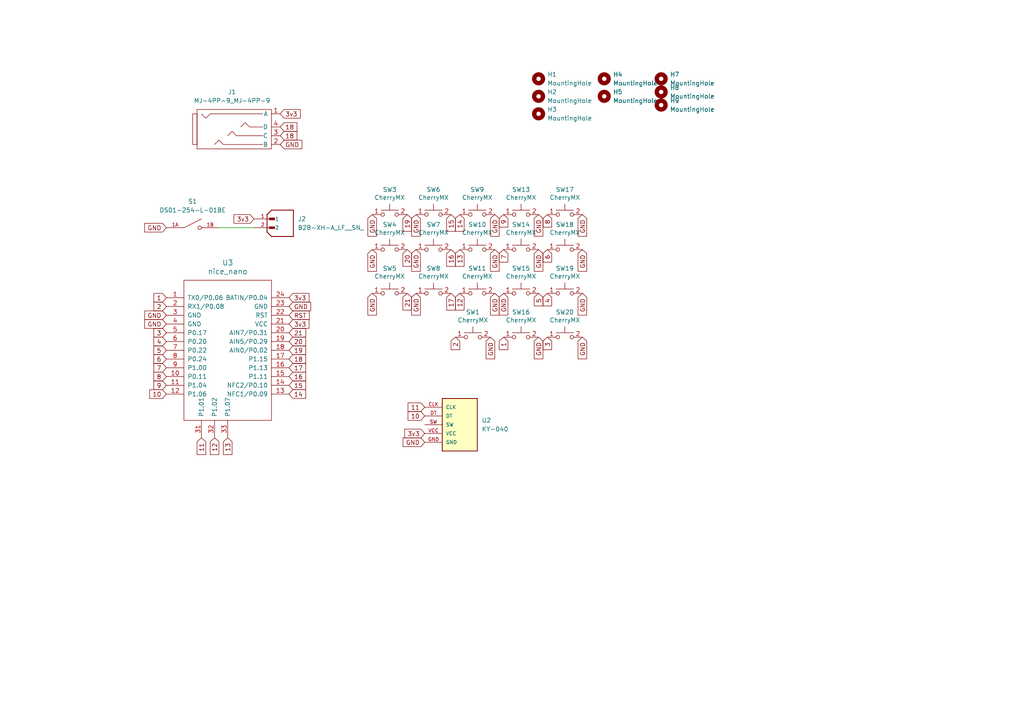
<source format=kicad_sch>
(kicad_sch (version 20230121) (generator eeschema)
  (paper "A4")
  (lib_symbols
    (symbol "B2B-XH-A_LF__SN_:B2B-XH-A_LF__SN_" (pin_names (offset 1.016))
      (property "Reference" "J" (at -2.54 6.35 0))
      (property "Value" "B2B-XH-A_LF__SN_" (at -2.54 -5.08 0))
      (symbol "B2B-XH-A_LF__SN__0_0"
        (rectangle (start -3.175 -0.3175) (end -1.5875 0.3175) (stroke (width 0.1)) (fill (type outline)))
        (rectangle (start -3.175 2.2225) (end -1.5875 2.8575) (stroke (width 0.1)) (fill (type outline)))
        (polyline (pts (xy -3.81 -1.27) (xy -2.54 -2.54)) (stroke (width 0.254)))
        (polyline (pts (xy -3.81 3.81) (xy -3.81 -1.27)) (stroke (width 0.254)))
        (polyline (pts (xy -3.81 3.81) (xy -2.54 5.08)) (stroke (width 0.254)))
        (polyline (pts (xy -2.54 -2.54) (xy 3.81 -2.54)) (stroke (width 0.254)))
        (polyline (pts (xy 3.81 -2.54) (xy 3.81 5.08)) (stroke (width 0.254)))
        (polyline (pts (xy 3.81 5.08) (xy -2.54 5.08)) (stroke (width 0.254)))
        (pin passive line (at -7.62 2.54 0) (length 5.08) (name "1") (number "1"))
        (pin passive line (at -7.62 0 0) (length 5.08) (name "2") (number "2"))
      )
    )
    (symbol "DS01-254-L-01BE:DS01-254-L-01BE" (pin_names (offset 1.016))
      (property "Reference" "S" (at -5.08 5.08 0))
      (property "Value" "DS01-254-L-01BE" (at -5.08 -5.08 0))
      (symbol "DS01-254-L-01BE_0_0"
        (polyline (pts (xy -2.54 0) (xy 2.54 2.54)) (stroke (width 0.1524)))
        (circle (center 2.032 0) (radius 0.508) (stroke (width 0.1524)))
        (pin passive line (at -7.62 0 0) (length 5.08) (name "~") (number "1A"))
        (pin passive line (at 7.62 0 180) (length 5.08) (name "~") (number "1B"))
      )
    )
    (symbol "KY-040:KY-040" (pin_names (offset 1.016))
      (property "Reference" "U" (at -5.08 10.16 0))
      (property "Value" "KY-040" (at -5.08 -12.7 0))
      (symbol "KY-040_0_0"
        (rectangle (start -5.08 -7.62) (end 5.08 7.62) (stroke (width 0.254)) (fill (type background)))
        (pin output line (at -10.16 5.08 0) (length 5.08) (name "CLK") (number "CLK"))
        (pin output line (at -10.16 2.54 0) (length 5.08) (name "DT") (number "DT"))
        (pin power_in line (at -10.16 -5.08 0) (length 5.08) (name "GND") (number "GND"))
        (pin output line (at -10.16 0 0) (length 5.08) (name "SW") (number "SW"))
        (pin power_in line (at -10.16 -2.54 0) (length 5.08) (name "VCC") (number "VCC"))
      )
    )
    (symbol "Keeb-rescue:CherryMX-CherryMX" (pin_names (offset 0.254))
      (property "Reference" "SW" (at 2.54 3.175 0))
      (property "Value" "CherryMX_CherryMX" (at 0 -1.905 0))
      (symbol "CherryMX-CherryMX_1_1"
        (circle (center -2.032 0) (radius 0.508))
        (polyline (pts (xy 0 1.27) (xy 0 3.048)))
        (polyline (pts (xy 2.54 1.27) (xy -2.54 1.27)))
        (circle (center 2.032 0) (radius 0.508))
        (pin passive line (at -5.08 0 0) (length 2.54) (name "~") (number "1"))
        (pin passive line (at 5.08 0 180) (length 2.54) (name "~") (number "2"))
      )
    )
    (symbol "Keeb-rescue:MJ-4PP-9-MJ-4PP-9" (pin_names (offset 1.016))
      (property "Reference" "J" (at 0 7.62 0))
      (property "Value" "MJ-4PP-9_MJ-4PP-9" (at 0 -8.89 0))
      (symbol "MJ-4PP-9-MJ-4PP-9_0_1"
        (rectangle (start -10.16 3.81) (end -11.43 -5.08))
        (polyline (pts (xy 8.89 -5.08) (xy -2.54 -5.08) (xy -3.81 -3.81) (xy -5.08 -5.08)))
        (polyline (pts (xy 8.89 -2.54) (xy 1.27 -2.54) (xy 0 -1.27) (xy -1.27 -2.54)))
        (polyline (pts (xy 8.89 0) (xy 5.08 0) (xy 3.81 1.27) (xy 2.54 0)))
        (polyline (pts (xy 8.89 3.81) (xy -6.35 3.81) (xy -7.62 2.54) (xy -8.89 3.81)))
        (rectangle (start 11.43 5.08) (end -10.16 -6.35))
      )
      (symbol "MJ-4PP-9-MJ-4PP-9_1_1"
        (pin input line (at 13.97 3.81 180) (length 2.54) (name "A") (number "1"))
        (pin input line (at 13.97 -5.08 180) (length 2.54) (name "B") (number "2"))
        (pin input line (at 13.97 -2.54 180) (length 2.54) (name "C") (number "3"))
        (pin input line (at 13.97 0 180) (length 2.54) (name "D") (number "4"))
      )
    )
    (symbol "Mechanical:MountingHole" (pin_names (offset 1.016))
      (property "Reference" "H" (at 0 5.08 0))
      (property "Value" "MountingHole" (at 0 3.175 0))
      (symbol "MountingHole_0_1"
        (circle (center 0 0) (radius 1.27) (stroke (width 1.27)))
      )
    )
    (symbol "nice_nano:nice_nano" (pin_names (offset 1.016))
      (property "Reference" "U" (at 0 0 0))
      (property "Value" "nice_nano" (at 0 2.54 0))
      (symbol "nice_nano_0_1"
        (rectangle (start -12.7 -21.59) (end 12.7 19.05))
      )
      (symbol "nice_nano_1_1"
        (pin input line (at -17.78 13.97 0) (length 5.08) (name "TX0/P0.06") (number "1"))
        (pin input line (at -17.78 -8.89 0) (length 5.08) (name "P0.11") (number "10"))
        (pin input line (at -17.78 -11.43 0) (length 5.08) (name "P1.04") (number "11"))
        (pin input line (at -17.78 -13.97 0) (length 5.08) (name "P1.06") (number "12"))
        (pin input line (at 17.78 -13.97 180) (length 5.08) (name "NFC1/P0.09") (number "13"))
        (pin input line (at 17.78 -11.43 180) (length 5.08) (name "NFC2/P0.10") (number "14"))
        (pin input line (at 17.78 -8.89 180) (length 5.08) (name "P1.11") (number "15"))
        (pin input line (at 17.78 -6.35 180) (length 5.08) (name "P1.13") (number "16"))
        (pin input line (at 17.78 -3.81 180) (length 5.08) (name "P1.15") (number "17"))
        (pin input line (at 17.78 -1.27 180) (length 5.08) (name "AIN0/P0.02") (number "18"))
        (pin input line (at 17.78 1.27 180) (length 5.08) (name "AIN5/P0.29") (number "19"))
        (pin input line (at -17.78 11.43 0) (length 5.08) (name "RX1/P0.08") (number "2"))
        (pin input line (at 17.78 3.81 180) (length 5.08) (name "AIN7/P0.31") (number "20"))
        (pin input line (at 17.78 6.35 180) (length 5.08) (name "VCC") (number "21"))
        (pin input line (at 17.78 8.89 180) (length 5.08) (name "RST") (number "22"))
        (pin input line (at 17.78 11.43 180) (length 5.08) (name "GND") (number "23"))
        (pin input line (at 17.78 13.97 180) (length 5.08) (name "BATIN/P0.04") (number "24"))
        (pin input line (at -17.78 8.89 0) (length 5.08) (name "GND") (number "3"))
        (pin input line (at -7.62 -26.67 90) (length 5.08) (name "P1.01") (number "31"))
        (pin input line (at -3.81 -26.67 90) (length 5.08) (name "P1.02") (number "32"))
        (pin input line (at 0 -26.67 90) (length 5.08) (name "P1.07") (number "33"))
        (pin input line (at -17.78 6.35 0) (length 5.08) (name "GND") (number "4"))
        (pin input line (at -17.78 3.81 0) (length 5.08) (name "P0.17") (number "5"))
        (pin input line (at -17.78 1.27 0) (length 5.08) (name "P0.20") (number "6"))
        (pin input line (at -17.78 -1.27 0) (length 5.08) (name "P0.22") (number "7"))
        (pin input line (at -17.78 -3.81 0) (length 5.08) (name "P0.24") (number "8"))
        (pin input line (at -17.78 -6.35 0) (length 5.08) (name "P1.00") (number "9"))
      )
    )
  )
  (wire (pts (xy 63.5 66.04) (xy 73.66 66.04)))
  (global_label "GND" (shape input) (at 83.82 88.9 0) (property "Intersheetrefs" "${INTERSHEET_REFS}" (effects hide)))
  (global_label "8" (shape input) (at 48.26 109.22 180) (property "Intersheetrefs" "${INTERSHEET_REFS}" (effects hide)))
  (global_label "GND" (shape input) (at 120.65 85.09 270) (property "Intersheetrefs" "${INTERSHEET_REFS}" (effects hide)))
  (global_label "4" (shape input) (at 48.26 99.06 180) (property "Intersheetrefs" "${INTERSHEET_REFS}" (effects hide)))
  (global_label "GND" (shape input) (at 48.26 91.44 180) (property "Intersheetrefs" "${INTERSHEET_REFS}" (effects hide)))
  (global_label "5" (shape input) (at 48.26 101.6 180) (property "Intersheetrefs" "${INTERSHEET_REFS}" (effects hide)))
  (global_label "GND" (shape input) (at 168.91 62.23 270) (property "Intersheetrefs" "${INTERSHEET_REFS}" (effects hide)))
  (global_label "16" (shape input) (at 130.81 72.39 270) (property "Intersheetrefs" "${INTERSHEET_REFS}" (effects hide)))
  (global_label "GND" (shape input) (at 81.28 41.91 0) (property "Intersheetrefs" "${INTERSHEET_REFS}" (effects hide)))
  (global_label "GND" (shape input) (at 146.05 85.09 270) (property "Intersheetrefs" "${INTERSHEET_REFS}" (effects hide)))
  (global_label "7" (shape input) (at 48.26 106.68 180) (property "Intersheetrefs" "${INTERSHEET_REFS}" (effects hide)))
  (global_label "GND" (shape input) (at 123.19 128.27 180) (property "Intersheetrefs" "${INTERSHEET_REFS}" (effects hide)))
  (global_label "3v3" (shape input) (at 83.82 86.36 0) (property "Intersheetrefs" "${INTERSHEET_REFS}" (effects hide)))
  (global_label "GND" (shape input) (at 142.24 97.79 270) (property "Intersheetrefs" "${INTERSHEET_REFS}" (effects hide)))
  (global_label "GND" (shape input) (at 168.91 85.09 270) (property "Intersheetrefs" "${INTERSHEET_REFS}" (effects hide)))
  (global_label "3v3" (shape input) (at 81.28 33.02 0) (property "Intersheetrefs" "${INTERSHEET_REFS}" (effects hide)))
  (global_label "19" (shape input) (at 83.82 101.6 0) (property "Intersheetrefs" "${INTERSHEET_REFS}" (effects hide)))
  (global_label "19" (shape input) (at 118.11 62.23 270) (property "Intersheetrefs" "${INTERSHEET_REFS}" (effects hide)))
  (global_label "1" (shape input) (at 146.05 97.79 270) (property "Intersheetrefs" "${INTERSHEET_REFS}" (effects hide)))
  (global_label "2" (shape input) (at 132.08 97.79 270) (property "Intersheetrefs" "${INTERSHEET_REFS}" (effects hide)))
  (global_label "12" (shape input) (at 133.35 85.09 270) (property "Intersheetrefs" "${INTERSHEET_REFS}" (effects hide)))
  (global_label "GND" (shape input) (at 156.21 62.23 270) (property "Intersheetrefs" "${INTERSHEET_REFS}" (effects hide)))
  (global_label "RST" (shape input) (at 83.82 91.44 0) (property "Intersheetrefs" "${INTERSHEET_REFS}" (effects hide)))
  (global_label "9" (shape input) (at 48.26 111.76 180) (property "Intersheetrefs" "${INTERSHEET_REFS}" (effects hide)))
  (global_label "3v3" (shape input) (at 83.82 93.98 0) (property "Intersheetrefs" "${INTERSHEET_REFS}" (effects hide)))
  (global_label "11" (shape input) (at 58.42 127 270) (property "Intersheetrefs" "${INTERSHEET_REFS}" (effects hide)))
  (global_label "GND" (shape input) (at 168.91 97.79 270) (property "Intersheetrefs" "${INTERSHEET_REFS}" (effects hide)))
  (global_label "8" (shape input) (at 158.75 62.23 270) (property "Intersheetrefs" "${INTERSHEET_REFS}" (effects hide)))
  (global_label "GND" (shape input) (at 120.65 72.39 270) (property "Intersheetrefs" "${INTERSHEET_REFS}" (effects hide)))
  (global_label "18" (shape input) (at 81.28 39.37 0) (property "Intersheetrefs" "${INTERSHEET_REFS}" (effects hide)))
  (global_label "20" (shape input) (at 118.11 72.39 270) (property "Intersheetrefs" "${INTERSHEET_REFS}" (effects hide)))
  (global_label "18" (shape input) (at 83.82 104.14 0) (property "Intersheetrefs" "${INTERSHEET_REFS}" (effects hide)))
  (global_label "3" (shape input) (at 48.26 96.52 180) (property "Intersheetrefs" "${INTERSHEET_REFS}" (effects hide)))
  (global_label "GND" (shape input) (at 107.95 72.39 270) (property "Intersheetrefs" "${INTERSHEET_REFS}" (effects hide)))
  (global_label "20" (shape input) (at 83.82 99.06 0) (property "Intersheetrefs" "${INTERSHEET_REFS}" (effects hide)))
  (global_label "21" (shape input) (at 118.11 85.09 270) (property "Intersheetrefs" "${INTERSHEET_REFS}" (effects hide)))
  (global_label "6" (shape input) (at 158.75 72.39 270) (property "Intersheetrefs" "${INTERSHEET_REFS}" (effects hide)))
  (global_label "GND" (shape input) (at 107.95 85.09 270) (property "Intersheetrefs" "${INTERSHEET_REFS}" (effects hide)))
  (global_label "16" (shape input) (at 83.82 109.22 0) (property "Intersheetrefs" "${INTERSHEET_REFS}" (effects hide)))
  (global_label "GND" (shape input) (at 143.51 72.39 270) (property "Intersheetrefs" "${INTERSHEET_REFS}" (effects hide)))
  (global_label "GND" (shape input) (at 156.21 72.39 270) (property "Intersheetrefs" "${INTERSHEET_REFS}" (effects hide)))
  (global_label "GND" (shape input) (at 48.26 66.04 180) (property "Intersheetrefs" "${INTERSHEET_REFS}" (effects hide)))
  (global_label "7" (shape input) (at 146.05 72.39 270) (property "Intersheetrefs" "${INTERSHEET_REFS}" (effects hide)))
  (global_label "12" (shape input) (at 62.23 127 270) (property "Intersheetrefs" "${INTERSHEET_REFS}" (effects hide)))
  (global_label "5" (shape input) (at 156.21 85.09 270) (property "Intersheetrefs" "${INTERSHEET_REFS}" (effects hide)))
  (global_label "13" (shape input) (at 133.35 72.39 270) (property "Intersheetrefs" "${INTERSHEET_REFS}" (effects hide)))
  (global_label "15" (shape input) (at 83.82 111.76 0) (property "Intersheetrefs" "${INTERSHEET_REFS}" (effects hide)))
  (global_label "18" (shape input) (at 81.28 36.83 0) (property "Intersheetrefs" "${INTERSHEET_REFS}" (effects hide)))
  (global_label "17" (shape input) (at 83.82 106.68 0) (property "Intersheetrefs" "${INTERSHEET_REFS}" (effects hide)))
  (global_label "21" (shape input) (at 83.82 96.52 0) (property "Intersheetrefs" "${INTERSHEET_REFS}" (effects hide)))
  (global_label "3" (shape input) (at 158.75 97.79 270) (property "Intersheetrefs" "${INTERSHEET_REFS}" (effects hide)))
  (global_label "13" (shape input) (at 66.04 127 270) (property "Intersheetrefs" "${INTERSHEET_REFS}" (effects hide)))
  (global_label "2" (shape input) (at 48.26 88.9 180) (property "Intersheetrefs" "${INTERSHEET_REFS}" (effects hide)))
  (global_label "3v3" (shape input) (at 73.66 63.5 180) (property "Intersheetrefs" "${INTERSHEET_REFS}" (effects hide)))
  (global_label "4" (shape input) (at 158.75 85.09 270) (property "Intersheetrefs" "${INTERSHEET_REFS}" (effects hide)))
  (global_label "10" (shape input) (at 48.26 114.3 180) (property "Intersheetrefs" "${INTERSHEET_REFS}" (effects hide)))
  (global_label "15" (shape input) (at 130.81 62.23 270) (property "Intersheetrefs" "${INTERSHEET_REFS}" (effects hide)))
  (global_label "GND" (shape input) (at 48.26 93.98 180) (property "Intersheetrefs" "${INTERSHEET_REFS}" (effects hide)))
  (global_label "GND" (shape input) (at 156.21 97.79 270) (property "Intersheetrefs" "${INTERSHEET_REFS}" (effects hide)))
  (global_label "14" (shape input) (at 133.35 62.23 270) (property "Intersheetrefs" "${INTERSHEET_REFS}" (effects hide)))
  (global_label "GND" (shape input) (at 107.95 62.23 270) (property "Intersheetrefs" "${INTERSHEET_REFS}" (effects hide)))
  (global_label "11" (shape input) (at 123.19 118.11 180) (property "Intersheetrefs" "${INTERSHEET_REFS}" (effects hide)))
  (global_label "1" (shape input) (at 48.26 86.36 180) (property "Intersheetrefs" "${INTERSHEET_REFS}" (effects hide)))
  (global_label "GND" (shape input) (at 120.65 62.23 270) (property "Intersheetrefs" "${INTERSHEET_REFS}" (effects hide)))
  (global_label "10" (shape input) (at 123.19 120.65 180) (property "Intersheetrefs" "${INTERSHEET_REFS}" (effects hide)))
  (global_label "14" (shape input) (at 83.82 114.3 0) (property "Intersheetrefs" "${INTERSHEET_REFS}" (effects hide)))
  (global_label "GND" (shape input) (at 143.51 85.09 270) (property "Intersheetrefs" "${INTERSHEET_REFS}" (effects hide)))
  (global_label "17" (shape input) (at 130.81 85.09 270) (property "Intersheetrefs" "${INTERSHEET_REFS}" (effects hide)))
  (global_label "3v3" (shape input) (at 123.19 125.73 180) (property "Intersheetrefs" "${INTERSHEET_REFS}" (effects hide)))
  (global_label "GND" (shape input) (at 143.51 62.23 270) (property "Intersheetrefs" "${INTERSHEET_REFS}" (effects hide)))
  (global_label "9" (shape input) (at 146.05 62.23 270) (property "Intersheetrefs" "${INTERSHEET_REFS}" (effects hide)))
  (global_label "6" (shape input) (at 48.26 104.14 180) (property "Intersheetrefs" "${INTERSHEET_REFS}" (effects hide)))
  (global_label "GND" (shape input) (at 168.91 72.39 270) (property "Intersheetrefs" "${INTERSHEET_REFS}" (effects hide)))
  (symbol (lib_id "Keeb-rescue:CherryMX-CherryMX") (at 113.03 62.23 0) (unit 1)
    (property "Reference" "SW3" (at 113.03 54.991 0))
    (property "Value" "CherryMX" (at 113.03 57.3024 0))
    (property "Footprint" "ScottoKeebs_Hotswap:Hotswap_MX_Plated_1.00u" (effects hide))
  )
  (symbol (lib_id "Keeb-rescue:CherryMX-CherryMX") (at 125.73 62.23 0) (unit 1)
    (property "Reference" "SW6" (at 125.73 54.991 0))
    (property "Value" "CherryMX" (at 125.73 57.3024 0))
    (property "Footprint" "ScottoKeebs_Hotswap:Hotswap_MX_Plated_1.00u" (effects hide))
  )
  (symbol (lib_id "Keeb-rescue:CherryMX-CherryMX") (at 138.43 62.23 0) (unit 1)
    (property "Reference" "SW9" (at 138.43 54.991 0))
    (property "Value" "CherryMX" (at 138.43 57.3024 0))
    (property "Footprint" "ScottoKeebs_Hotswap:Hotswap_MX_Plated_1.00u" (effects hide))
  )
  (symbol (lib_id "Keeb-rescue:CherryMX-CherryMX") (at 151.13 62.23 0) (unit 1)
    (property "Reference" "SW13" (at 151.13 54.991 0))
    (property "Value" "CherryMX" (at 151.13 57.3024 0))
    (property "Footprint" "ScottoKeebs_Hotswap:Hotswap_MX_Plated_1.00u" (effects hide))
  )
  (symbol (lib_id "Keeb-rescue:CherryMX-CherryMX") (at 163.83 62.23 0) (unit 1)
    (property "Reference" "SW17" (at 163.83 54.991 0))
    (property "Value" "CherryMX" (at 163.83 57.3024 0))
    (property "Footprint" "ScottoKeebs_Hotswap:Hotswap_MX_Plated_1.00u" (effects hide))
  )
  (symbol (lib_id "Keeb-rescue:CherryMX-CherryMX") (at 113.03 72.39 0) (unit 1)
    (property "Reference" "SW4" (at 113.03 65.151 0))
    (property "Value" "CherryMX" (at 113.03 67.4624 0))
    (property "Footprint" "ScottoKeebs_Hotswap:Hotswap_MX_Plated_1.00u" (effects hide))
  )
  (symbol (lib_id "Keeb-rescue:CherryMX-CherryMX") (at 125.73 72.39 0) (unit 1)
    (property "Reference" "SW7" (at 125.73 65.151 0))
    (property "Value" "CherryMX" (at 125.73 67.4624 0))
    (property "Footprint" "ScottoKeebs_Hotswap:Hotswap_MX_Plated_1.00u" (effects hide))
  )
  (symbol (lib_id "Keeb-rescue:CherryMX-CherryMX") (at 138.43 72.39 0) (unit 1)
    (property "Reference" "SW10" (at 138.43 65.151 0))
    (property "Value" "CherryMX" (at 138.43 67.4624 0))
    (property "Footprint" "ScottoKeebs_Hotswap:Hotswap_MX_Plated_1.00u" (effects hide))
  )
  (symbol (lib_id "Keeb-rescue:CherryMX-CherryMX") (at 151.13 72.39 0) (unit 1)
    (property "Reference" "SW14" (at 151.13 65.151 0))
    (property "Value" "CherryMX" (at 151.13 67.4624 0))
    (property "Footprint" "ScottoKeebs_Hotswap:Hotswap_MX_Plated_1.00u" (effects hide))
  )
  (symbol (lib_id "Keeb-rescue:CherryMX-CherryMX") (at 163.83 72.39 0) (unit 1)
    (property "Reference" "SW18" (at 163.83 65.151 0))
    (property "Value" "CherryMX" (at 163.83 67.4624 0))
    (property "Footprint" "ScottoKeebs_Hotswap:Hotswap_MX_Plated_1.00u" (effects hide))
  )
  (symbol (lib_id "Keeb-rescue:CherryMX-CherryMX") (at 113.03 85.09 0) (unit 1)
    (property "Reference" "SW5" (at 113.03 77.851 0))
    (property "Value" "CherryMX" (at 113.03 80.1624 0))
    (property "Footprint" "ScottoKeebs_Hotswap:Hotswap_MX_Plated_1.00u" (effects hide))
  )
  (symbol (lib_id "Keeb-rescue:CherryMX-CherryMX") (at 125.73 85.09 0) (unit 1)
    (property "Reference" "SW8" (at 125.73 77.851 0))
    (property "Value" "CherryMX" (at 125.73 80.1624 0))
    (property "Footprint" "ScottoKeebs_Hotswap:Hotswap_MX_Plated_1.00u" (effects hide))
  )
  (symbol (lib_id "Keeb-rescue:CherryMX-CherryMX") (at 138.43 85.09 0) (unit 1)
    (property "Reference" "SW11" (at 138.43 77.851 0))
    (property "Value" "CherryMX" (at 138.43 80.1624 0))
    (property "Footprint" "ScottoKeebs_Hotswap:Hotswap_MX_Plated_1.00u" (effects hide))
  )
  (symbol (lib_id "Keeb-rescue:CherryMX-CherryMX") (at 151.13 85.09 0) (unit 1)
    (property "Reference" "SW15" (at 151.13 77.851 0))
    (property "Value" "CherryMX" (at 151.13 80.1624 0))
    (property "Footprint" "ScottoKeebs_Hotswap:Hotswap_MX_Plated_1.00u" (effects hide))
  )
  (symbol (lib_id "Keeb-rescue:CherryMX-CherryMX") (at 163.83 85.09 0) (unit 1)
    (property "Reference" "SW19" (at 163.83 77.851 0))
    (property "Value" "CherryMX" (at 163.83 80.1624 0))
    (property "Footprint" "ScottoKeebs_Hotswap:Hotswap_MX_Plated_1.00u" (effects hide))
  )
  (symbol (lib_id "Keeb-rescue:CherryMX-CherryMX") (at 151.13 97.79 0) (unit 1)
    (property "Reference" "SW16" (at 151.13 90.551 0))
    (property "Value" "CherryMX" (at 151.13 92.8624 0))
    (property "Footprint" "ScottoKeebs_Hotswap:Hotswap_MX_Plated_1.00u" (effects hide))
  )
  (symbol (lib_id "Keeb-rescue:CherryMX-CherryMX") (at 163.83 97.79 0) (unit 1)
    (property "Reference" "SW20" (at 163.83 90.551 0))
    (property "Value" "CherryMX" (at 163.83 92.8624 0))
    (property "Footprint" "ScottoKeebs_Hotswap:Hotswap_MX_Plated_1.00u" (effects hide))
  )
  (symbol (lib_id "Mechanical:MountingHole") (at 191.77 22.86 0) (unit 1)
    (property "Reference" "H7" (at 194.31 21.59 0) (effects (justify left)))
    (property "Value" "MountingHole" (at 194.31 24.13 0) (effects (justify left)))
    (property "Footprint" "MountingHole:MountingHole_3.2mm_M3" (effects hide))
  )
  (symbol (lib_id "Keeb-rescue:CherryMX-CherryMX") (at 137.16 97.79 0) (unit 1)
    (property "Reference" "SW1" (at 137.16 90.551 0))
    (property "Value" "CherryMX" (at 137.16 92.8624 0))
    (property "Footprint" "ScottoKeebs_Hotswap:Hotswap_MX_Plated_1.00u" (effects hide))
  )
  (symbol (lib_id "Mechanical:MountingHole") (at 191.77 26.67 0) (unit 1)
    (property "Reference" "H8" (at 194.31 25.4 0) (effects (justify left)))
    (property "Value" "MountingHole" (at 194.31 27.94 0) (effects (justify left)))
    (property "Footprint" "MountingHole:MountingHole_3.2mm_M3" (effects hide))
  )
  (symbol (lib_id "DS01-254-L-01BE:DS01-254-L-01BE") (at 55.88 66.04 0) (unit 1)
    (property "Reference" "S1" (at 55.88 58.42 0))
    (property "Value" "DS01-254-L-01BE" (at 55.88 60.96 0))
    (property "Footprint" "DIP:SW_DS01-254-L-01BE" (effects hide))
    (property "MF" "CUI Devices" (effects hide))
    (property "MAXIMUM_PACKAGE_HEIGHT" "7.0mm" (effects hide))
    (property "Package" "None" (effects hide))
    (property "Price" "None" (effects hide))
    (property "Check_prices" "https://www.snapeda.com/parts/DS01-254-L-01BE/CUI+Devices/view-part/?ref=eda" (effects hide))
    (property "STANDARD" "Manufacturer recommendations" (effects hide))
    (property "PARTREV" "1.0" (effects hide))
    (property "SnapEDA_Link" "https://www.snapeda.com/parts/DS01-254-L-01BE/CUI+Devices/view-part/?ref=snap" (effects hide))
    (property "MP" "DS01-254-L-01BE" (effects hide))
    (property "Purchase-URL" "https://www.snapeda.com/api/url_track_click_mouser/?unipart_id=4467329&manufacturer=CUI Devices&part_name=DS01-254-L-01BE&search_term=None" (effects hide))
    (property "Description" "1 Position, Through Hole, 2.54 mm Pitch, Raised Slide Actuator, Flat Bottom, Long Pin, DIP Switch" (effects hide))
    (property "CUI_purchase_URL" "https://www.cuidevices.com/product/switches/dip-switches/ds01-254-l-01be?utm_source=snapeda.com&utm_medium=referral&utm_campaign=snapedaBOM" (effects hide))
    (property "Availability" "In Stock" (effects hide))
    (property "MANUFACTURER" "CUI" (effects hide))
  )
  (symbol (lib_id "B2B-XH-A_LF__SN_:B2B-XH-A_LF__SN_") (at 81.28 66.04 0) (unit 1)
    (property "Reference" "J2" (at 86.36 63.5 0) (effects (justify left)))
    (property "Value" "B2B-XH-A_LF__SN_" (at 86.36 66.04 0) (effects (justify left)))
    (property "Footprint" "Connectors_user:JST_B2B-XH-A_LF__SN_" (effects hide))
    (property "MF" "JST Sales America Inc." (effects hide))
    (property "MAXIMUM_PACKAGE_HEIGHT" "7 mm" (effects hide))
    (property "Package" "None" (effects hide))
    (property "Price" "None" (effects hide))
    (property "Check_prices" "https://www.snapeda.com/parts/B2B-XH-A(LF)(SN)/JST+Sales+America+Inc./view-part/?ref=eda" (effects hide))
    (property "STANDARD" "Manufacturer Recommendations" (effects hide))
    (property "PARTREV" "N/A" (effects hide))
    (property "SnapEDA_Link" "https://www.snapeda.com/parts/B2B-XH-A(LF)(SN)/JST+Sales+America+Inc./view-part/?ref=snap" (effects hide))
    (property "MP" "B2B-XH-A(LF)(SN)" (effects hide))
    (property "Description" "\nConnector Header Through Hole 2 position 0.098 (2.50mm)\n" (effects hide))
    (property "Availability" "In Stock" (effects hide))
    (property "MANUFACTURER" "JST Sales America Inc." (effects hide))
  )
  (symbol (lib_id "nice_nano:nice_nano") (at 66.04 100.33 0) (unit 1)
    (property "Reference" "U3" (at 66.04 76.2 0) (effects (font (size 1.524 1.524))))
    (property "Value" "nice_nano" (at 66.04 78.74 0) (effects (font (size 1.524 1.524))))
    (property "Footprint" "Nice_nano:nice_nano" (effects hide))
  )
  (symbol (lib_id "KY-040:KY-040") (at 133.35 123.19 0) (unit 1)
    (property "Reference" "U2" (at 139.7 121.92 0) (effects (justify left)))
    (property "Value" "KY-040" (at 139.7 124.46 0) (effects (justify left)))
    (property "Footprint" "KY-040:KY-040-PORT" (effects hide))
    (property "MF" "Joy-IT" (effects hide))
    (property "Description" "\nKY-5.0-4P Green(RAL6018/T) ; CONTACT WITH TIN PLATED MARK\n" (effects hide))
    (property "Package" "Package" (effects hide))
    (property "Price" "None" (effects hide))
    (property "SnapEDA_Link" "https://www.snapeda.com/parts/KY-040/Joy-IT/view-part/?ref=snap" (effects hide))
    (property "MP" "KY-040" (effects hide))
    (property "Availability" "Not in stock" (effects hide))
    (property "Check_prices" "https://www.snapeda.com/parts/KY-040/Joy-IT/view-part/?ref=eda" (effects hide))
  )
  (symbol (lib_id "Mechanical:MountingHole") (at 175.26 22.86 0) (unit 1)
    (property "Reference" "H4" (at 177.8 21.59 0) (effects (justify left)))
    (property "Value" "MountingHole" (at 177.8 24.13 0) (effects (justify left)))
    (property "Footprint" "MountingHole:MountingHole_3.2mm_M3" (effects hide))
  )
  (symbol (lib_id "Mechanical:MountingHole") (at 156.21 22.86 0) (unit 1)
    (property "Reference" "H1" (at 158.75 21.59 0) (effects (justify left)))
    (property "Value" "MountingHole" (at 158.75 24.13 0) (effects (justify left)))
    (property "Footprint" "MountingHole:MountingHole_3.2mm_M3" (effects hide))
  )
  (symbol (lib_id "Keeb-rescue:MJ-4PP-9-MJ-4PP-9") (at 67.31 36.83 0) (unit 1)
    (property "Reference" "J1" (at 67.31 26.67 0))
    (property "Value" "MJ-4PP-9_MJ-4PP-9" (at 67.31 29.21 0))
    (property "Footprint" "MJ-4PP-9:MJ-4PP-9" (effects hide))
  )
  (symbol (lib_id "Mechanical:MountingHole") (at 156.21 27.94 0) (unit 1)
    (property "Reference" "H2" (at 158.75 26.67 0) (effects (justify left)))
    (property "Value" "MountingHole" (at 158.75 29.21 0) (effects (justify left)))
    (property "Footprint" "MountingHole:MountingHole_3.2mm_M3" (effects hide))
  )
  (symbol (lib_id "Mechanical:MountingHole") (at 156.21 33.02 0) (unit 1)
    (property "Reference" "H3" (at 158.75 31.75 0) (effects (justify left)))
    (property "Value" "MountingHole" (at 158.75 34.29 0) (effects (justify left)))
    (property "Footprint" "MountingHole:MountingHole_3.2mm_M3" (effects hide))
  )
  (symbol (lib_id "Mechanical:MountingHole") (at 175.26 27.94 0) (unit 1)
    (property "Reference" "H5" (at 177.8 26.67 0) (effects (justify left)))
    (property "Value" "MountingHole" (at 177.8 29.21 0) (effects (justify left)))
    (property "Footprint" "MountingHole:MountingHole_3.2mm_M3" (effects hide))
  )
  (symbol (lib_id "Mechanical:MountingHole") (at 191.77 30.48 0) (unit 1)
    (property "Reference" "H9" (at 194.31 29.21 0) (effects (justify left)))
    (property "Value" "MountingHole" (at 194.31 31.75 0) (effects (justify left)))
    (property "Footprint" "MountingHole:MountingHole_3.2mm_M3" (effects hide))
  )
)
</source>
